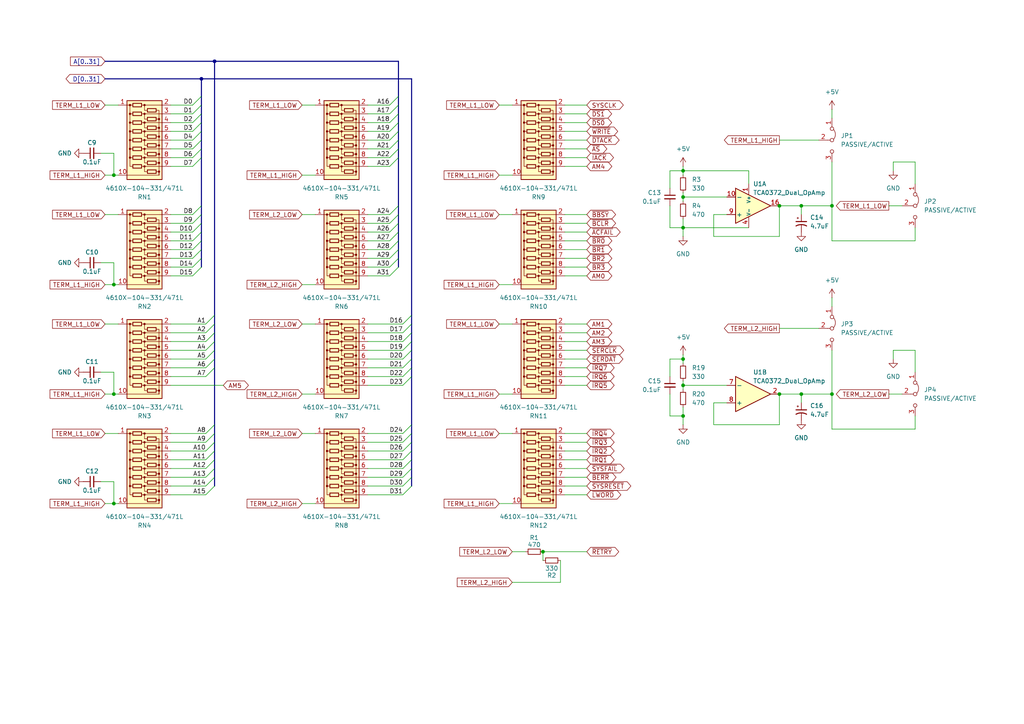
<source format=kicad_sch>
(kicad_sch (version 20231120) (generator "eeschema") (generator_version "8.0")
  (paper "A4")
  (title_block (title "6-Slot Backplane") (rev "1"))
  (lib_symbols
    (symbol "Computie_Miscellaneous:R_Network_Dividers_x08_SIP_Small" (pin_names (offset 0) hide)
      (property "Reference" "RN" (at -12.7 0 90))
      (property "Value" "R_Network_Dividers_x08_SIP_Small" (at 12.7 0 90))
      (symbol "R_Network_Dividers_x08_SIP_Small_1_1"
        (pin passive line (at -10.16 7.62 270) (length 2.54) (name "COM1") (number "1"))
        (pin passive line (at 10.16 7.62 270) (length 2.54) (name "COM2") (number "10"))
        (pin passive line (at -10.16 -7.62 90) (length 2.54) (name "R1") (number "2"))
        (pin passive line (at -7.62 -7.62 90) (length 2.54) (name "R2") (number "3"))
        (pin passive line (at -5.08 -7.62 90) (length 2.54) (name "R3") (number "4"))
        (pin passive line (at -2.54 -7.62 90) (length 2.54) (name "R4") (number "5"))
        (pin passive line (at 0 -7.62 90) (length 2.54) (name "R5") (number "6"))
        (pin passive line (at 2.54 -7.62 90) (length 2.54) (name "R6") (number "7"))
        (pin passive line (at 5.08 -7.62 90) (length 2.54) (name "R7") (number "8"))
        (pin passive line (at 7.62 -7.62 90) (length 2.54) (name "R8") (number "9"))
      )
    )
    (symbol "Computie_Miscellaneous:TCA0372_Dual_OpAmp" (pin_names (offset 0.2))
      (property "Reference" "U" (at 1.27 6.35 0))
      (property "Value" "TCA0372_Dual_OpAmp" (at 1.27 3.81 0))
      (symbol "TCA0372_Dual_OpAmp_1_1"
        (pin power_in line (at 0 6.35 270) (length 3.18) (name "V+") (number "1"))
        (pin input line (at -6.35 2.54 0) (length 2.54) (name "-") (number "10"))
        (pin power_in line (at 0 -6.35 90) (length 3.18) hide (name "V-") (number "12"))
        (pin power_in line (at 0 -6.35 90) (length 3.18) hide (name "V-") (number "13"))
        (pin output line (at 8.89 0 180) (length 2.54) (name "~") (number "16"))
        (pin power_in line (at 0 -6.35 90) (length 3.18) (name "V-") (number "4"))
        (pin power_in line (at 0 -6.35 90) (length 3.18) hide (name "V-") (number "5"))
        (pin input line (at -6.35 -2.54 0) (length 2.54) (name "+") (number "9"))
      )
      (symbol "TCA0372_Dual_OpAmp_2_1"
        (pin output line (at 8.89 0 180) (length 2.54) (name "~") (number "2"))
        (pin input line (at -6.35 2.54 0) (length 2.54) (name "-") (number "7"))
        (pin input line (at -6.35 -2.54 0) (length 2.54) (name "+") (number "8"))
      )
    )
    (symbol "Device:C_Polarized_Small_US" (pin_numbers hide) (pin_names (offset 0.254) hide)
      (property "Reference" "C" (at 0.254 1.778 0))
      (property "Value" "C_Polarized_Small_US" (at 0.254 -2.032 0))
      (symbol "C_Polarized_Small_US_1_1"
        (pin passive line (at 0 2.54 270) (length 2.032) (name "~") (number "1"))
        (pin passive line (at 0 -2.54 90) (length 2.032) (name "~") (number "2"))
      )
    )
    (symbol "Device:C_Small" (pin_numbers hide) (pin_names (offset 0.254) hide)
      (property "Reference" "C" (at 0.254 1.778 0))
      (property "Value" "C_Small" (at 0.254 -2.032 0))
      (symbol "C_Small_1_1"
        (pin passive line (at 0 2.54 270) (length 2.032) (name "~") (number "1"))
        (pin passive line (at 0 -2.54 90) (length 2.032) (name "~") (number "2"))
      )
    )
    (symbol "Device:R_Small" (pin_numbers hide) (pin_names (offset 0.254) hide)
      (property "Reference" "R" (at 0.762 0.508 0))
      (property "Value" "R_Small" (at 0.762 -1.016 0))
      (symbol "R_Small_1_1"
        (pin passive line (at 0 2.54 270) (length 0.762) (name "~") (number "1"))
        (pin passive line (at 0 -2.54 90) (length 0.762) (name "~") (number "2"))
      )
    )
    (symbol "Jumper:Jumper_3_Bridged12" (pin_names (offset 0) hide) (exclude_from_sim yes) (in_bom no)
      (property "Reference" "JP" (at -2.54 -2.54 0))
      (property "Value" "Jumper_3_Bridged12" (at 0 2.794 0))
      (symbol "Jumper_3_Bridged12_1_1"
        (pin passive line (at -6.35 0 0) (length 2.54) (name "A") (number "1"))
        (pin passive line (at 0 -3.81 90) (length 2.54) (name "C") (number "2"))
        (pin passive line (at 6.35 0 180) (length 2.54) (name "B") (number "3"))
      )
    )
    (symbol "power:+5V" (power) (pin_numbers hide) (pin_names (offset 0) hide)
      (property "Value" "+5V" (at 0 3.556 0))
      (symbol "+5V_1_1"
        (pin power_in line (at 0 0 90) (length 0) (name "~") (number "1"))
      )
    )
    (symbol "power:GND" (power) (pin_numbers hide) (pin_names (offset 0) hide)
      (property "Value" "GND" (at 0 -3.81 0))
      (symbol "GND_1_1"
        (pin power_in line (at 0 0 270) (length 0) (name "~") (number "1"))
      )
    )
  )
  (junction (at 232.41 114.3))
  (junction (at 198.12 57.15))
  (junction (at 226.06 114.3))
  (junction (at 226.06 59.69))
  (junction (at 198.12 120.65))
  (junction (at 58.42 22.86))
  (junction (at 62.23 17.78))
  (junction (at 241.3 114.3))
  (junction (at 198.12 66.04))
  (junction (at 241.3 59.69))
  (junction (at 33.02 146.05))
  (junction (at 157.48 160.02))
  (junction (at 232.41 59.69))
  (junction (at 33.02 82.55))
  (junction (at 198.12 49.53))
  (junction (at 198.12 104.14))
  (junction (at 198.12 111.76))
  (junction (at 33.02 114.3))
  (junction (at 33.02 50.8))
  (bus_entry (at 113.03 80.01) (size 2.54 -2.54))
  (bus_entry (at 113.03 69.85) (size 2.54 -2.54))
  (bus_entry (at 116.84 130.81) (size 2.54 -2.54))
  (bus_entry (at 55.88 64.77) (size 2.54 -2.54))
  (bus_entry (at 55.88 33.02) (size 2.54 -2.54))
  (bus_entry (at 59.69 106.68) (size 2.54 -2.54))
  (bus_entry (at 116.84 128.27) (size 2.54 -2.54))
  (bus_entry (at 113.03 74.93) (size 2.54 -2.54))
  (bus_entry (at 55.88 74.93) (size 2.54 -2.54))
  (bus_entry (at 59.69 99.06) (size 2.54 -2.54))
  (bus_entry (at 55.88 43.18) (size 2.54 -2.54))
  (bus_entry (at 116.84 111.76) (size 2.54 -2.54))
  (bus_entry (at 59.69 93.98) (size 2.54 -2.54))
  (bus_entry (at 113.03 67.31) (size 2.54 -2.54))
  (bus_entry (at 116.84 104.14) (size 2.54 -2.54))
  (bus_entry (at 55.88 45.72) (size 2.54 -2.54))
  (bus_entry (at 113.03 72.39) (size 2.54 -2.54))
  (bus_entry (at 113.03 40.64) (size 2.54 -2.54))
  (bus_entry (at 55.88 62.23) (size 2.54 -2.54))
  (bus_entry (at 116.84 140.97) (size 2.54 -2.54))
  (bus_entry (at 113.03 43.18) (size 2.54 -2.54))
  (bus_entry (at 116.84 101.6) (size 2.54 -2.54))
  (bus_entry (at 116.84 93.98) (size 2.54 -2.54))
  (bus_entry (at 55.88 80.01) (size 2.54 -2.54))
  (bus_entry (at 59.69 138.43) (size 2.54 -2.54))
  (bus_entry (at 113.03 62.23) (size 2.54 -2.54))
  (bus_entry (at 113.03 35.56) (size 2.54 -2.54))
  (bus_entry (at 59.69 133.35) (size 2.54 -2.54))
  (bus_entry (at 55.88 38.1) (size 2.54 -2.54))
  (bus_entry (at 113.03 77.47) (size 2.54 -2.54))
  (bus_entry (at 59.69 143.51) (size 2.54 -2.54))
  (bus_entry (at 59.69 104.14) (size 2.54 -2.54))
  (bus_entry (at 59.69 125.73) (size 2.54 -2.54))
  (bus_entry (at 116.84 133.35) (size 2.54 -2.54))
  (bus_entry (at 55.88 48.26) (size 2.54 -2.54))
  (bus_entry (at 116.84 96.52) (size 2.54 -2.54))
  (bus_entry (at 116.84 143.51) (size 2.54 -2.54))
  (bus_entry (at 59.69 135.89) (size 2.54 -2.54))
  (bus_entry (at 113.03 45.72) (size 2.54 -2.54))
  (bus_entry (at 116.84 109.22) (size 2.54 -2.54))
  (bus_entry (at 59.69 101.6) (size 2.54 -2.54))
  (bus_entry (at 116.84 138.43) (size 2.54 -2.54))
  (bus_entry (at 55.88 67.31) (size 2.54 -2.54))
  (bus_entry (at 116.84 125.73) (size 2.54 -2.54))
  (bus_entry (at 55.88 77.47) (size 2.54 -2.54))
  (bus_entry (at 113.03 33.02) (size 2.54 -2.54))
  (bus_entry (at 59.69 140.97) (size 2.54 -2.54))
  (bus_entry (at 113.03 30.48) (size 2.54 -2.54))
  (bus_entry (at 116.84 135.89) (size 2.54 -2.54))
  (bus_entry (at 55.88 40.64) (size 2.54 -2.54))
  (bus_entry (at 55.88 69.85) (size 2.54 -2.54))
  (bus_entry (at 55.88 30.48) (size 2.54 -2.54))
  (bus_entry (at 116.84 99.06) (size 2.54 -2.54))
  (bus_entry (at 55.88 35.56) (size 2.54 -2.54))
  (bus_entry (at 113.03 64.77) (size 2.54 -2.54))
  (bus_entry (at 113.03 38.1) (size 2.54 -2.54))
  (bus_entry (at 59.69 130.81) (size 2.54 -2.54))
  (bus_entry (at 59.69 109.22) (size 2.54 -2.54))
  (bus_entry (at 55.88 72.39) (size 2.54 -2.54))
  (bus_entry (at 113.03 48.26) (size 2.54 -2.54))
  (bus_entry (at 59.69 96.52) (size 2.54 -2.54))
  (bus_entry (at 59.69 128.27) (size 2.54 -2.54))
  (bus_entry (at 116.84 106.68) (size 2.54 -2.54))
  (bus (pts (xy 115.57 69.85) (xy 115.57 72.39)))
  (bus (pts (xy 119.38 125.73) (xy 119.38 128.27)))
  (bus (pts (xy 119.38 135.89) (xy 119.38 138.43)))
  (wire (pts (xy 241.3 69.85) (xy 241.3 59.69)))
  (wire (pts (xy 49.53 135.89) (xy 59.69 135.89)))
  (wire (pts (xy 148.59 160.02) (xy 152.4 160.02)))
  (wire (pts (xy 198.12 102.87) (xy 198.12 104.14)))
  (wire (pts (xy 49.53 96.52) (xy 59.69 96.52)))
  (wire (pts (xy 241.3 59.69) (xy 241.3 46.99)))
  (wire (pts (xy 49.53 43.18) (xy 55.88 43.18)))
  (wire (pts (xy 232.41 114.3) (xy 241.3 114.3)))
  (bus (pts (xy 115.57 45.72) (xy 115.57 59.69)))
  (wire (pts (xy 163.83 80.01) (xy 170.18 80.01)))
  (bus (pts (xy 62.23 106.68) (xy 62.23 104.14)))
  (wire (pts (xy 163.83 109.22) (xy 170.18 109.22)))
  (wire (pts (xy 106.68 43.18) (xy 113.03 43.18)))
  (wire (pts (xy 210.82 116.84) (xy 207.01 116.84)))
  (bus (pts (xy 30.48 22.86) (xy 58.42 22.86)))
  (bus (pts (xy 58.42 30.48) (xy 58.42 33.02)))
  (wire (pts (xy 49.53 93.98) (xy 59.69 93.98)))
  (wire (pts (xy 49.53 64.77) (xy 55.88 64.77)))
  (bus (pts (xy 119.38 109.22) (xy 119.38 123.19)))
  (bus (pts (xy 119.38 106.68) (xy 119.38 109.22)))
  (wire (pts (xy 232.41 59.69) (xy 241.3 59.69)))
  (wire (pts (xy 33.02 82.55) (xy 34.29 82.55)))
  (wire (pts (xy 106.68 96.52) (xy 116.84 96.52)))
  (bus (pts (xy 58.42 69.85) (xy 58.42 72.39)))
  (wire (pts (xy 49.53 72.39) (xy 55.88 72.39)))
  (bus (pts (xy 115.57 64.77) (xy 115.57 67.31)))
  (bus (pts (xy 58.42 45.72) (xy 58.42 59.69)))
  (wire (pts (xy 163.83 35.56) (xy 170.18 35.56)))
  (wire (pts (xy 106.68 135.89) (xy 116.84 135.89)))
  (wire (pts (xy 259.08 49.53) (xy 259.08 46.99)))
  (wire (pts (xy 157.48 160.02) (xy 170.18 160.02)))
  (wire (pts (xy 106.68 33.02) (xy 113.03 33.02)))
  (wire (pts (xy 163.83 135.89) (xy 170.18 135.89)))
  (wire (pts (xy 265.43 46.99) (xy 265.43 53.34)))
  (wire (pts (xy 49.53 77.47) (xy 55.88 77.47)))
  (bus (pts (xy 58.42 59.69) (xy 58.42 62.23)))
  (bus (pts (xy 119.38 93.98) (xy 119.38 96.52)))
  (wire (pts (xy 30.48 146.05) (xy 33.02 146.05)))
  (bus (pts (xy 115.57 74.93) (xy 115.57 77.47)))
  (wire (pts (xy 194.31 54.61) (xy 194.31 49.53)))
  (wire (pts (xy 163.83 104.14) (xy 170.18 104.14)))
  (wire (pts (xy 30.48 93.98) (xy 34.29 93.98)))
  (wire (pts (xy 194.31 66.04) (xy 198.12 66.04)))
  (wire (pts (xy 198.12 104.14) (xy 198.12 105.41)))
  (bus (pts (xy 119.38 104.14) (xy 119.38 106.68)))
  (wire (pts (xy 198.12 111.76) (xy 210.82 111.76)))
  (wire (pts (xy 198.12 49.53) (xy 198.12 50.8)))
  (bus (pts (xy 58.42 64.77) (xy 58.42 67.31)))
  (wire (pts (xy 33.02 44.45) (xy 33.02 50.8)))
  (wire (pts (xy 106.68 30.48) (xy 113.03 30.48)))
  (wire (pts (xy 106.68 99.06) (xy 116.84 99.06)))
  (wire (pts (xy 163.83 138.43) (xy 170.18 138.43)))
  (wire (pts (xy 49.53 62.23) (xy 55.88 62.23)))
  (bus (pts (xy 62.23 17.78) (xy 62.23 91.44)))
  (bus (pts (xy 58.42 35.56) (xy 58.42 38.1)))
  (wire (pts (xy 194.31 59.69) (xy 194.31 66.04)))
  (wire (pts (xy 106.68 138.43) (xy 116.84 138.43)))
  (wire (pts (xy 30.48 82.55) (xy 33.02 82.55)))
  (wire (pts (xy 49.53 104.14) (xy 59.69 104.14)))
  (bus (pts (xy 119.38 91.44) (xy 119.38 93.98)))
  (wire (pts (xy 106.68 133.35) (xy 116.84 133.35)))
  (wire (pts (xy 49.53 69.85) (xy 55.88 69.85)))
  (wire (pts (xy 194.31 120.65) (xy 198.12 120.65)))
  (wire (pts (xy 163.83 128.27) (xy 170.18 128.27)))
  (wire (pts (xy 232.41 114.3) (xy 232.41 116.84)))
  (wire (pts (xy 33.02 139.7) (xy 33.02 146.05)))
  (wire (pts (xy 163.83 101.6) (xy 170.18 101.6)))
  (wire (pts (xy 106.68 74.93) (xy 113.03 74.93)))
  (wire (pts (xy 49.53 48.26) (xy 55.88 48.26)))
  (bus (pts (xy 62.23 99.06) (xy 62.23 96.52)))
  (wire (pts (xy 226.06 59.69) (xy 232.41 59.69)))
  (wire (pts (xy 49.53 133.35) (xy 59.69 133.35)))
  (wire (pts (xy 259.08 101.6) (xy 265.43 101.6)))
  (wire (pts (xy 194.31 49.53) (xy 198.12 49.53)))
  (bus (pts (xy 119.38 123.19) (xy 119.38 125.73)))
  (bus (pts (xy 115.57 38.1) (xy 115.57 40.64)))
  (bus (pts (xy 62.23 91.44) (xy 62.23 93.98)))
  (wire (pts (xy 163.83 45.72) (xy 170.18 45.72)))
  (wire (pts (xy 163.83 43.18) (xy 170.18 43.18)))
  (bus (pts (xy 115.57 17.78) (xy 115.57 27.94)))
  (wire (pts (xy 163.83 99.06) (xy 170.18 99.06)))
  (bus (pts (xy 119.38 128.27) (xy 119.38 130.81)))
  (wire (pts (xy 144.78 114.3) (xy 148.59 114.3)))
  (wire (pts (xy 106.68 106.68) (xy 116.84 106.68)))
  (wire (pts (xy 106.68 72.39) (xy 113.03 72.39)))
  (wire (pts (xy 49.53 80.01) (xy 55.88 80.01)))
  (wire (pts (xy 163.83 48.26) (xy 170.18 48.26)))
  (wire (pts (xy 163.83 62.23) (xy 170.18 62.23)))
  (wire (pts (xy 163.83 125.73) (xy 170.18 125.73)))
  (wire (pts (xy 106.68 38.1) (xy 113.03 38.1)))
  (wire (pts (xy 87.63 114.3) (xy 91.44 114.3)))
  (wire (pts (xy 226.06 40.64) (xy 237.49 40.64)))
  (wire (pts (xy 29.21 44.45) (xy 33.02 44.45)))
  (wire (pts (xy 163.83 130.81) (xy 170.18 130.81)))
  (wire (pts (xy 106.68 125.73) (xy 116.84 125.73)))
  (wire (pts (xy 163.83 96.52) (xy 170.18 96.52)))
  (bus (pts (xy 62.23 104.14) (xy 62.23 101.6)))
  (wire (pts (xy 198.12 57.15) (xy 210.82 57.15)))
  (bus (pts (xy 119.38 99.06) (xy 119.38 101.6)))
  (wire (pts (xy 198.12 57.15) (xy 198.12 58.42)))
  (wire (pts (xy 148.59 168.91) (xy 162.56 168.91)))
  (wire (pts (xy 33.02 146.05) (xy 34.29 146.05)))
  (wire (pts (xy 106.68 62.23) (xy 113.03 62.23)))
  (wire (pts (xy 226.06 114.3) (xy 232.41 114.3)))
  (bus (pts (xy 62.23 106.68) (xy 62.23 123.19)))
  (wire (pts (xy 29.21 107.95) (xy 33.02 107.95)))
  (wire (pts (xy 49.53 140.97) (xy 59.69 140.97)))
  (wire (pts (xy 194.31 109.22) (xy 194.31 104.14)))
  (bus (pts (xy 58.42 62.23) (xy 58.42 64.77)))
  (wire (pts (xy 217.17 49.53) (xy 198.12 49.53)))
  (wire (pts (xy 29.21 76.2) (xy 33.02 76.2)))
  (bus (pts (xy 62.23 123.19) (xy 62.23 125.73)))
  (bus (pts (xy 119.38 101.6) (xy 119.38 104.14)))
  (wire (pts (xy 162.56 162.56) (xy 162.56 168.91)))
  (wire (pts (xy 207.01 62.23) (xy 207.01 68.58)))
  (wire (pts (xy 210.82 62.23) (xy 207.01 62.23)))
  (wire (pts (xy 106.68 69.85) (xy 113.03 69.85)))
  (bus (pts (xy 62.23 138.43) (xy 62.23 140.97)))
  (wire (pts (xy 241.3 31.75) (xy 241.3 34.29)))
  (wire (pts (xy 226.06 123.19) (xy 226.06 114.3)))
  (wire (pts (xy 241.3 86.36) (xy 241.3 88.9)))
  (bus (pts (xy 119.38 130.81) (xy 119.38 133.35)))
  (bus (pts (xy 62.23 125.73) (xy 62.23 128.27)))
  (wire (pts (xy 163.83 40.64) (xy 170.18 40.64)))
  (wire (pts (xy 198.12 55.88) (xy 198.12 57.15)))
  (wire (pts (xy 29.21 139.7) (xy 33.02 139.7)))
  (bus (pts (xy 58.42 74.93) (xy 58.42 77.47)))
  (wire (pts (xy 33.02 50.8) (xy 34.29 50.8)))
  (bus (pts (xy 62.23 101.6) (xy 62.23 99.06)))
  (wire (pts (xy 49.53 109.22) (xy 59.69 109.22)))
  (wire (pts (xy 241.3 124.46) (xy 265.43 124.46)))
  (wire (pts (xy 217.17 53.34) (xy 217.17 49.53)))
  (wire (pts (xy 49.53 99.06) (xy 59.69 99.06)))
  (wire (pts (xy 163.83 74.93) (xy 170.18 74.93)))
  (bus (pts (xy 58.42 33.02) (xy 58.42 35.56)))
  (wire (pts (xy 163.83 77.47) (xy 170.18 77.47)))
  (wire (pts (xy 49.53 67.31) (xy 55.88 67.31)))
  (wire (pts (xy 49.53 30.48) (xy 55.88 30.48)))
  (wire (pts (xy 265.43 120.65) (xy 265.43 124.46)))
  (wire (pts (xy 106.68 111.76) (xy 116.84 111.76)))
  (bus (pts (xy 119.38 91.44) (xy 119.38 22.86)))
  (wire (pts (xy 64.77 111.76) (xy 49.53 111.76)))
  (wire (pts (xy 157.48 160.02) (xy 157.48 162.56)))
  (wire (pts (xy 241.3 69.85) (xy 265.43 69.85)))
  (bus (pts (xy 58.42 38.1) (xy 58.42 40.64)))
  (bus (pts (xy 115.57 35.56) (xy 115.57 38.1)))
  (wire (pts (xy 198.12 48.26) (xy 198.12 49.53)))
  (wire (pts (xy 33.02 76.2) (xy 33.02 82.55)))
  (wire (pts (xy 49.53 74.93) (xy 55.88 74.93)))
  (wire (pts (xy 106.68 128.27) (xy 116.84 128.27)))
  (wire (pts (xy 49.53 45.72) (xy 55.88 45.72)))
  (wire (pts (xy 198.12 63.5) (xy 198.12 66.04)))
  (wire (pts (xy 49.53 128.27) (xy 59.69 128.27)))
  (bus (pts (xy 62.23 133.35) (xy 62.23 135.89)))
  (wire (pts (xy 106.68 40.64) (xy 113.03 40.64)))
  (wire (pts (xy 30.48 50.8) (xy 33.02 50.8)))
  (wire (pts (xy 217.17 66.04) (xy 198.12 66.04)))
  (bus (pts (xy 58.42 72.39) (xy 58.42 74.93)))
  (wire (pts (xy 163.83 140.97) (xy 170.18 140.97)))
  (bus (pts (xy 115.57 33.02) (xy 115.57 35.56)))
  (wire (pts (xy 198.12 110.49) (xy 198.12 111.76)))
  (wire (pts (xy 163.83 69.85) (xy 170.18 69.85)))
  (wire (pts (xy 163.83 67.31) (xy 170.18 67.31)))
  (wire (pts (xy 106.68 143.51) (xy 116.84 143.51)))
  (wire (pts (xy 49.53 106.68) (xy 59.69 106.68)))
  (wire (pts (xy 106.68 64.77) (xy 113.03 64.77)))
  (wire (pts (xy 106.68 109.22) (xy 116.84 109.22)))
  (wire (pts (xy 265.43 101.6) (xy 265.43 107.95)))
  (bus (pts (xy 115.57 30.48) (xy 115.57 33.02)))
  (wire (pts (xy 144.78 125.73) (xy 148.59 125.73)))
  (wire (pts (xy 87.63 125.73) (xy 91.44 125.73)))
  (bus (pts (xy 58.42 67.31) (xy 58.42 69.85)))
  (wire (pts (xy 257.81 114.3) (xy 261.62 114.3)))
  (wire (pts (xy 144.78 82.55) (xy 148.59 82.55)))
  (wire (pts (xy 49.53 101.6) (xy 59.69 101.6)))
  (wire (pts (xy 106.68 80.01) (xy 113.03 80.01)))
  (wire (pts (xy 163.83 106.68) (xy 170.18 106.68)))
  (wire (pts (xy 106.68 140.97) (xy 116.84 140.97)))
  (wire (pts (xy 87.63 30.48) (xy 91.44 30.48)))
  (wire (pts (xy 87.63 50.8) (xy 91.44 50.8)))
  (bus (pts (xy 115.57 27.94) (xy 115.57 30.48)))
  (wire (pts (xy 232.41 59.69) (xy 232.41 62.23)))
  (wire (pts (xy 49.53 38.1) (xy 55.88 38.1)))
  (wire (pts (xy 163.83 111.76) (xy 170.18 111.76)))
  (wire (pts (xy 198.12 120.65) (xy 198.12 123.19)))
  (bus (pts (xy 115.57 62.23) (xy 115.57 64.77)))
  (bus (pts (xy 115.57 67.31) (xy 115.57 69.85)))
  (wire (pts (xy 106.68 130.81) (xy 116.84 130.81)))
  (wire (pts (xy 259.08 46.99) (xy 265.43 46.99)))
  (bus (pts (xy 62.23 130.81) (xy 62.23 133.35)))
  (wire (pts (xy 144.78 146.05) (xy 148.59 146.05)))
  (wire (pts (xy 106.68 45.72) (xy 113.03 45.72)))
  (wire (pts (xy 163.83 93.98) (xy 170.18 93.98)))
  (bus (pts (xy 58.42 27.94) (xy 58.42 30.48)))
  (wire (pts (xy 241.3 114.3) (xy 241.3 101.6)))
  (wire (pts (xy 106.68 67.31) (xy 113.03 67.31)))
  (wire (pts (xy 49.53 125.73) (xy 59.69 125.73)))
  (wire (pts (xy 259.08 104.14) (xy 259.08 101.6)))
  (wire (pts (xy 257.81 59.69) (xy 261.62 59.69)))
  (bus (pts (xy 62.23 93.98) (xy 62.23 96.52)))
  (bus (pts (xy 58.42 43.18) (xy 58.42 45.72)))
  (wire (pts (xy 49.53 40.64) (xy 55.88 40.64)))
  (bus (pts (xy 30.48 17.78) (xy 62.23 17.78)))
  (wire (pts (xy 163.83 38.1) (xy 170.18 38.1)))
  (wire (pts (xy 87.63 93.98) (xy 91.44 93.98)))
  (wire (pts (xy 87.63 62.23) (xy 91.44 62.23)))
  (wire (pts (xy 198.12 118.11) (xy 198.12 120.65)))
  (wire (pts (xy 194.31 104.14) (xy 198.12 104.14)))
  (wire (pts (xy 226.06 95.25) (xy 237.49 95.25)))
  (bus (pts (xy 58.42 40.64) (xy 58.42 43.18)))
  (wire (pts (xy 106.68 104.14) (xy 116.84 104.14)))
  (bus (pts (xy 58.42 22.86) (xy 58.42 27.94)))
  (wire (pts (xy 265.43 66.04) (xy 265.43 69.85)))
  (wire (pts (xy 163.83 133.35) (xy 170.18 133.35)))
  (wire (pts (xy 241.3 124.46) (xy 241.3 114.3)))
  (wire (pts (xy 49.53 130.81) (xy 59.69 130.81)))
  (wire (pts (xy 163.83 72.39) (xy 170.18 72.39)))
  (wire (pts (xy 198.12 111.76) (xy 198.12 113.03)))
  (wire (pts (xy 106.68 48.26) (xy 113.03 48.26)))
  (bus (pts (xy 119.38 138.43) (xy 119.38 140.97)))
  (wire (pts (xy 49.53 33.02) (xy 55.88 33.02)))
  (bus (pts (xy 115.57 59.69) (xy 115.57 62.23)))
  (wire (pts (xy 207.01 68.58) (xy 226.06 68.58)))
  (wire (pts (xy 87.63 82.55) (xy 91.44 82.55)))
  (wire (pts (xy 144.78 50.8) (xy 148.59 50.8)))
  (wire (pts (xy 106.68 35.56) (xy 113.03 35.56)))
  (wire (pts (xy 163.83 30.48) (xy 170.18 30.48)))
  (bus (pts (xy 62.23 17.78) (xy 115.57 17.78)))
  (bus (pts (xy 62.23 128.27) (xy 62.23 130.81)))
  (wire (pts (xy 33.02 107.95) (xy 33.02 114.3)))
  (wire (pts (xy 49.53 143.51) (xy 59.69 143.51)))
  (wire (pts (xy 87.63 146.05) (xy 91.44 146.05)))
  (bus (pts (xy 119.38 22.86) (xy 58.42 22.86)))
  (bus (pts (xy 119.38 133.35) (xy 119.38 135.89)))
  (wire (pts (xy 194.31 114.3) (xy 194.31 120.65)))
  (bus (pts (xy 62.23 135.89) (xy 62.23 138.43)))
  (wire (pts (xy 144.78 93.98) (xy 148.59 93.98)))
  (bus (pts (xy 115.57 43.18) (xy 115.57 45.72)))
  (bus (pts (xy 119.38 96.52) (xy 119.38 99.06)))
  (wire (pts (xy 49.53 35.56) (xy 55.88 35.56)))
  (wire (pts (xy 144.78 62.23) (xy 148.59 62.23)))
  (wire (pts (xy 226.06 68.58) (xy 226.06 59.69)))
  (wire (pts (xy 163.83 143.51) (xy 170.18 143.51)))
  (wire (pts (xy 207.01 123.19) (xy 226.06 123.19)))
  (wire (pts (xy 30.48 30.48) (xy 34.29 30.48)))
  (wire (pts (xy 33.02 114.3) (xy 34.29 114.3)))
  (wire (pts (xy 106.68 101.6) (xy 116.84 101.6)))
  (wire (pts (xy 30.48 125.73) (xy 34.29 125.73)))
  (bus (pts (xy 115.57 72.39) (xy 115.57 74.93)))
  (wire (pts (xy 144.78 30.48) (xy 148.59 30.48)))
  (wire (pts (xy 106.68 77.47) (xy 113.03 77.47)))
  (bus (pts (xy 115.57 40.64) (xy 115.57 43.18)))
  (wire (pts (xy 163.83 33.02) (xy 170.18 33.02)))
  (wire (pts (xy 49.53 138.43) (xy 59.69 138.43)))
  (wire (pts (xy 30.48 62.23) (xy 34.29 62.23)))
  (wire (pts (xy 198.12 66.04) (xy 198.12 68.58)))
  (wire (pts (xy 106.68 93.98) (xy 116.84 93.98)))
  (wire (pts (xy 207.01 116.84) (xy 207.01 123.19)))
  (wire (pts (xy 163.83 64.77) (xy 170.18 64.77)))
  (wire (pts (xy 30.48 114.3) (xy 33.02 114.3)))
  (label "A28" (at 113.03 72.39 180))
  (label "D21" (at 116.84 106.68 180))
  (label "D1" (at 55.88 33.02 180))
  (label "D29" (at 116.84 138.43 180))
  (label "D0" (at 55.88 30.48 180))
  (label "A24" (at 113.03 62.23 180))
  (label "D2" (at 55.88 35.56 180))
  (label "A23" (at 113.03 48.26 180))
  (label "D3" (at 55.88 38.1 180))
  (label "A27" (at 113.03 69.85 180))
  (label "D16" (at 116.84 93.98 180))
  (label "A25" (at 113.03 64.77 180))
  (label "D19" (at 116.84 101.6 180))
  (label "D15" (at 55.88 80.01 180))
  (label "A21" (at 113.03 43.18 180))
  (label "D10" (at 55.88 67.31 180))
  (label "A30" (at 113.03 77.47 180))
  (label "A3" (at 59.69 99.06 180))
  (label "D27" (at 116.84 133.35 180))
  (label "D31" (at 116.84 143.51 180))
  (label "A5" (at 59.69 104.14 180))
  (label "D5" (at 55.88 43.18 180))
  (label "A1" (at 59.69 93.98 180))
  (label "D26" (at 116.84 130.81 180))
  (label "A6" (at 59.69 106.68 180))
  (label "D4" (at 55.88 40.64 180))
  (label "A14" (at 59.69 140.97 180))
  (label "A19" (at 113.03 38.1 180))
  (label "D22" (at 116.84 109.22 180))
  (label "A18" (at 113.03 35.56 180))
  (label "A8" (at 59.69 125.73 180))
  (label "A31" (at 113.03 80.01 180))
  (label "D24" (at 116.84 125.73 180))
  (label "A13" (at 59.69 138.43 180))
  (label "A2" (at 59.69 96.52 180))
  (label "D9" (at 55.88 64.77 180))
  (label "A26" (at 113.03 67.31 180))
  (label "D11" (at 55.88 69.85 180))
  (label "D12" (at 55.88 72.39 180))
  (label "D17" (at 116.84 96.52 180))
  (label "D30" (at 116.84 140.97 180))
  (label "A17" (at 113.03 33.02 180))
  (label "D7" (at 55.88 48.26 180))
  (label "D8" (at 55.88 62.23 180))
  (label "A9" (at 59.69 128.27 180))
  (label "D14" (at 55.88 77.47 180))
  (label "D6" (at 55.88 45.72 180))
  (label "D20" (at 116.84 104.14 180))
  (label "D18" (at 116.84 99.06 180))
  (label "A16" (at 113.03 30.48 180))
  (label "A4" (at 59.69 101.6 180))
  (label "A15" (at 59.69 143.51 180))
  (label "A7" (at 59.69 109.22 180))
  (label "A11" (at 59.69 133.35 180))
  (label "D13" (at 55.88 74.93 180))
  (label "D25" (at 116.84 128.27 180))
  (label "A22" (at 113.03 45.72 180))
  (label "A10" (at 59.69 130.81 180))
  (label "D28" (at 116.84 135.89 180))
  (label "A20" (at 113.03 40.64 180))
  (label "D23" (at 116.84 111.76 180))
  (label "A12" (at 59.69 135.89 180))
  (label "A29" (at 113.03 74.93 180))
  (global_label "TERM_L1_LOW" (shape input) (at 144.78 125.73 180) (property "Intersheetrefs" "${INTERSHEET_REFS}" (effects (hide yes))))
  (global_label "~{BBSY}" (shape bidirectional) (at 170.18 62.23 0) (property "Intersheetrefs" "${INTERSHEET_REFS}" (effects (hide yes))))
  (global_label "~{SERCLK}" (shape bidirectional) (at 170.18 101.6 0) (property "Intersheetrefs" "${INTERSHEET_REFS}" (effects (hide yes))))
  (global_label "AM0" (shape bidirectional) (at 170.18 80.01 0) (property "Intersheetrefs" "${INTERSHEET_REFS}" (effects (hide yes))))
  (global_label "TERM_L2_HIGH" (shape input) (at 87.63 146.05 180) (property "Intersheetrefs" "${INTERSHEET_REFS}" (effects (hide yes))))
  (global_label "TERM_L1_HIGH" (shape input) (at 30.48 146.05 180) (property "Intersheetrefs" "${INTERSHEET_REFS}" (effects (hide yes))))
  (global_label "TERM_L1_HIGH" (shape input) (at 144.78 82.55 180) (property "Intersheetrefs" "${INTERSHEET_REFS}" (effects (hide yes))))
  (global_label "TERM_L1_HIGH" (shape input) (at 30.48 50.8 180) (property "Intersheetrefs" "${INTERSHEET_REFS}" (effects (hide yes))))
  (global_label "~{BERR}" (shape bidirectional) (at 170.18 138.43 0) (property "Intersheetrefs" "${INTERSHEET_REFS}" (effects (hide yes))))
  (global_label "TERM_L2_LOW" (shape input) (at 148.59 160.02 180) (property "Intersheetrefs" "${INTERSHEET_REFS}" (effects (hide yes))))
  (global_label "TERM_L1_HIGH" (shape output) (at 226.06 40.64 180) (property "Intersheetrefs" "${INTERSHEET_REFS}" (effects (hide yes))))
  (global_label "~{AS}" (shape bidirectional) (at 170.18 43.18 0) (property "Intersheetrefs" "${INTERSHEET_REFS}" (effects (hide yes))))
  (global_label "~{IRQ4}" (shape bidirectional) (at 170.18 125.73 0) (property "Intersheetrefs" "${INTERSHEET_REFS}" (effects (hide yes))))
  (global_label "~{IACK}" (shape bidirectional) (at 170.18 45.72 0) (property "Intersheetrefs" "${INTERSHEET_REFS}" (effects (hide yes))))
  (global_label "~{LWORD}" (shape bidirectional) (at 170.18 143.51 0) (property "Intersheetrefs" "${INTERSHEET_REFS}" (effects (hide yes))))
  (global_label "~{BCLR}" (shape bidirectional) (at 170.18 64.77 0) (property "Intersheetrefs" "${INTERSHEET_REFS}" (effects (hide yes))))
  (global_label "~{DTACK}" (shape bidirectional) (at 170.18 40.64 0) (property "Intersheetrefs" "${INTERSHEET_REFS}" (effects (hide yes))))
  (global_label "TERM_L1_HIGH" (shape input) (at 30.48 82.55 180) (property "Intersheetrefs" "${INTERSHEET_REFS}" (effects (hide yes))))
  (global_label "TERM_L1_LOW" (shape input) (at 144.78 93.98 180) (property "Intersheetrefs" "${INTERSHEET_REFS}" (effects (hide yes))))
  (global_label "TERM_L2_HIGH" (shape input) (at 87.63 114.3 180) (property "Intersheetrefs" "${INTERSHEET_REFS}" (effects (hide yes))))
  (global_label "TERM_L1_HIGH" (shape input) (at 30.48 114.3 180) (property "Intersheetrefs" "${INTERSHEET_REFS}" (effects (hide yes))))
  (global_label "AM5" (shape bidirectional) (at 64.77 111.76 0) (property "Intersheetrefs" "${INTERSHEET_REFS}" (effects (hide yes))))
  (global_label "~{IRQ7}" (shape bidirectional) (at 170.18 106.68 0) (property "Intersheetrefs" "${INTERSHEET_REFS}" (effects (hide yes))))
  (global_label "~{IRQ2}" (shape bidirectional) (at 170.18 130.81 0) (property "Intersheetrefs" "${INTERSHEET_REFS}" (effects (hide yes))))
  (global_label "TERM_L2_LOW" (shape input) (at 87.63 62.23 180) (property "Intersheetrefs" "${INTERSHEET_REFS}" (effects (hide yes))))
  (global_label "~{SYSRESET}" (shape bidirectional) (at 170.18 140.97 0) (property "Intersheetrefs" "${INTERSHEET_REFS}" (effects (hide yes))))
  (global_label "SYSCLK" (shape bidirectional) (at 170.18 30.48 0) (property "Intersheetrefs" "${INTERSHEET_REFS}" (effects (hide yes))))
  (global_label "TERM_L1_HIGH" (shape input) (at 144.78 50.8 180) (property "Intersheetrefs" "${INTERSHEET_REFS}" (effects (hide yes))))
  (global_label "AM3" (shape bidirectional) (at 170.18 99.06 0) (property "Intersheetrefs" "${INTERSHEET_REFS}" (effects (hide yes))))
  (global_label "~{BR2}" (shape bidirectional) (at 170.18 74.93 0) (property "Intersheetrefs" "${INTERSHEET_REFS}" (effects (hide yes))))
  (global_label "TERM_L1_LOW" (shape input) (at 144.78 30.48 180) (property "Intersheetrefs" "${INTERSHEET_REFS}" (effects (hide yes))))
  (global_label "TERM_L2_LOW" (shape input) (at 87.63 125.73 180) (property "Intersheetrefs" "${INTERSHEET_REFS}" (effects (hide yes))))
  (global_label "TERM_L1_LOW" (shape output) (at 257.81 59.69 180) (property "Intersheetrefs" "${INTERSHEET_REFS}" (effects (hide yes))))
  (global_label "AM1" (shape bidirectional) (at 170.18 93.98 0) (property "Intersheetrefs" "${INTERSHEET_REFS}" (effects (hide yes))))
  (global_label "~{BR1}" (shape bidirectional) (at 170.18 72.39 0) (property "Intersheetrefs" "${INTERSHEET_REFS}" (effects (hide yes))))
  (global_label "TERM_L1_HIGH" (shape input) (at 87.63 50.8 180) (property "Intersheetrefs" "${INTERSHEET_REFS}" (effects (hide yes))))
  (global_label "~{WRITE}" (shape bidirectional) (at 170.18 38.1 0) (property "Intersheetrefs" "${INTERSHEET_REFS}" (effects (hide yes))))
  (global_label "~{RETRY}" (shape bidirectional) (at 170.18 160.02 0) (property "Intersheetrefs" "${INTERSHEET_REFS}" (effects (hide yes))))
  (global_label "TERM_L1_HIGH" (shape input) (at 144.78 146.05 180) (property "Intersheetrefs" "${INTERSHEET_REFS}" (effects (hide yes))))
  (global_label "TERM_L2_HIGH" (shape input) (at 87.63 82.55 180) (property "Intersheetrefs" "${INTERSHEET_REFS}" (effects (hide yes))))
  (global_label "TERM_L2_LOW" (shape input) (at 87.63 93.98 180) (property "Intersheetrefs" "${INTERSHEET_REFS}" (effects (hide yes))))
  (global_label "TERM_L1_HIGH" (shape input) (at 144.78 114.3 180) (property "Intersheetrefs" "${INTERSHEET_REFS}" (effects (hide yes))))
  (global_label "~{BR3}" (shape bidirectional) (at 170.18 77.47 0) (property "Intersheetrefs" "${INTERSHEET_REFS}" (effects (hide yes))))
  (global_label "~{IRQ1}" (shape bidirectional) (at 170.18 133.35 0) (property "Intersheetrefs" "${INTERSHEET_REFS}" (effects (hide yes))))
  (global_label "~{SERDAT}" (shape bidirectional) (at 170.18 104.14 0) (property "Intersheetrefs" "${INTERSHEET_REFS}" (effects (hide yes))))
  (global_label "~{SYSFAIL}" (shape bidirectional) (at 170.18 135.89 0) (property "Intersheetrefs" "${INTERSHEET_REFS}" (effects (hide yes))))
  (global_label "TERM_L2_LOW" (shape output) (at 257.81 114.3 180) (property "Intersheetrefs" "${INTERSHEET_REFS}" (effects (hide yes))))
  (global_label "~{IRQ5}" (shape bidirectional) (at 170.18 111.76 0) (property "Intersheetrefs" "${INTERSHEET_REFS}" (effects (hide yes))))
  (global_label "TERM_L2_HIGH" (shape output) (at 226.06 95.25 180) (property "Intersheetrefs" "${INTERSHEET_REFS}" (effects (hide yes))))
  (global_label "~{BR0}" (shape bidirectional) (at 170.18 69.85 0) (property "Intersheetrefs" "${INTERSHEET_REFS}" (effects (hide yes))))
  (global_label "~{IRQ3}" (shape bidirectional) (at 170.18 128.27 0) (property "Intersheetrefs" "${INTERSHEET_REFS}" (effects (hide yes))))
  (global_label "~{ACFAIL}" (shape bidirectional) (at 170.18 67.31 0) (property "Intersheetrefs" "${INTERSHEET_REFS}" (effects (hide yes))))
  (global_label "AM2" (shape bidirectional) (at 170.18 96.52 0) (property "Intersheetrefs" "${INTERSHEET_REFS}" (effects (hide yes))))
  (global_label "A[0..31]" (shape input) (at 30.48 17.78 180) (property "Intersheetrefs" "${INTERSHEET_REFS}" (effects (hide yes))))
  (global_label "D[0..31]" (shape bidirectional) (at 30.48 22.86 180) (property "Intersheetrefs" "${INTERSHEET_REFS}" (effects (hide yes))))
  (global_label "TERM_L2_HIGH" (shape input) (at 148.59 168.91 180) (property "Intersheetrefs" "${INTERSHEET_REFS}" (effects (hide yes))))
  (global_label "~{IRQ6}" (shape bidirectional) (at 170.18 109.22 0) (property "Intersheetrefs" "${INTERSHEET_REFS}" (effects (hide yes))))
  (global_label "~{DS1}" (shape bidirectional) (at 170.18 33.02 0) (property "Intersheetrefs" "${INTERSHEET_REFS}" (effects (hide yes))))
  (global_label "TERM_L1_LOW" (shape input) (at 87.63 30.48 180) (property "Intersheetrefs" "${INTERSHEET_REFS}" (effects (hide yes))))
  (global_label "TERM_L1_LOW" (shape input) (at 30.48 30.48 180) (property "Intersheetrefs" "${INTERSHEET_REFS}" (effects (hide yes))))
  (global_label "TERM_L1_LOW" (shape input) (at 30.48 93.98 180) (property "Intersheetrefs" "${INTERSHEET_REFS}" (effects (hide yes))))
  (global_label "AM4" (shape bidirectional) (at 170.18 48.26 0) (property "Intersheetrefs" "${INTERSHEET_REFS}" (effects (hide yes))))
  (global_label "~{DS0}" (shape bidirectional) (at 170.18 35.56 0) (property "Intersheetrefs" "${INTERSHEET_REFS}" (effects (hide yes))))
  (global_label "TERM_L1_LOW" (shape input) (at 30.48 62.23 180) (property "Intersheetrefs" "${INTERSHEET_REFS}" (effects (hide yes))))
  (global_label "TERM_L1_LOW" (shape input) (at 30.48 125.73 180) (property "Intersheetrefs" "${INTERSHEET_REFS}" (effects (hide yes))))
  (global_label "TERM_L1_LOW" (shape input) (at 144.78 62.23 180) (property "Intersheetrefs" "${INTERSHEET_REFS}" (effects (hide yes))))
  (symbol (lib_id "Computie_Miscellaneous:R_Network_Dividers_x08_SIP_Small") (at 41.91 72.39 90) (mirror x) (unit 1)
    (property "Reference" "RN2" (at 41.91 88.9 90))
    (property "Value" "4610X-104-331/471L" (at 41.91 86.36 90))
    (property "Footprint" "Connector_PinHeader_2.54mm:PinHeader_1x10_P2.54mm_Vertical" (effects (hide yes)))
    (property "Datasheet" "http://www.vishay.com/docs/31509/csc.pdf" (effects (hide yes)))
    (property "Description" "8 voltage divider network, dual terminator, SIP package" (effects (hide yes)))
  )
  (symbol (lib_id "Computie_Miscellaneous:R_Network_Dividers_x08_SIP_Small") (at 99.06 72.39 90) (mirror x) (unit 1)
    (property "Reference" "RN6" (at 99.06 88.9 90))
    (property "Value" "4610X-104-331/471L" (at 99.06 86.36 90))
    (property "Footprint" "Connector_PinHeader_2.54mm:PinHeader_1x10_P2.54mm_Vertical" (effects (hide yes)))
    (property "Datasheet" "http://www.vishay.com/docs/31509/csc.pdf" (effects (hide yes)))
    (property "Description" "8 voltage divider network, dual terminator, SIP package" (effects (hide yes)))
  )
  (symbol (lib_id "Device:C_Polarized_Small_US") (at 232.41 64.77 0) (unit 1)
    (property "Reference" "C14" (at 234.95 63.0681 0) (effects (justify left)))
    (property "Value" "4.7uF" (at 234.95 65.6081 0) (effects (justify left)))
    (property "Footprint" "Capacitor_THT:CP_Radial_D5.0mm_P2.00mm" (effects (hide yes)))
    (property "Description" "Polarized capacitor, small US symbol" (effects (hide yes)))
  )
  (symbol (lib_id "power:+5V") (at 241.3 86.36 0) (unit 1)
    (property "Reference" "#PWR081" (effects (hide yes)))
    (property "Value" "+5V" (at 241.3 81.28 0))
    (property "Description" "Power symbol creates a global label with name \"+5V\"" (effects (hide yes)))
  )
  (symbol (lib_id "power:GND") (at 24.13 44.45 270) (mirror x) (unit 1)
    (property "Reference" "#PWR017" (effects (hide yes)))
    (property "Value" "GND" (at 20.828 44.45 90) (effects (justify right)))
    (property "Description" "Power symbol creates a global label with name \"GND\" , ground" (effects (hide yes)))
  )
  (symbol (lib_id "power:GND") (at 232.41 67.31 0) (unit 1)
    (property "Reference" "#PWR023" (effects (hide yes)))
    (property "Value" "GND" (at 232.41 72.39 0))
    (property "Description" "Power symbol creates a global label with name \"GND\" , ground" (effects (hide yes)))
  )
  (symbol (lib_id "Device:R_Small") (at 198.12 107.95 0) (unit 1)
    (property "Reference" "R19" (at 200.66 106.6799 0) (effects (justify left)))
    (property "Value" "330" (at 200.66 109.2199 0) (effects (justify left)))
    (property "Footprint" "Resistor_SMD:R_0805_2012Metric_Pad1.20x1.40mm_HandSolder" (effects (hide yes)))
    (property "Description" "Resistor, small symbol" (effects (hide yes)))
  )
  (symbol (lib_id "Device:C_Small") (at 194.31 111.76 0) (mirror y) (unit 1)
    (property "Reference" "C15" (at 191.77 110.4962 0) (effects (justify left)))
    (property "Value" "0.1uF" (at 191.77 113.0362 0) (effects (justify left)))
    (property "Description" "Unpolarized capacitor, small symbol" (effects (hide yes)))
  )
  (symbol (lib_id "Device:R_Small") (at 198.12 115.57 0) (unit 1)
    (property "Reference" "R20" (at 200.66 114.2999 0) (effects (justify left)))
    (property "Value" "470" (at 200.66 116.8399 0) (effects (justify left)))
    (property "Footprint" "Resistor_SMD:R_0805_2012Metric_Pad1.20x1.40mm_HandSolder" (effects (hide yes)))
    (property "Description" "Resistor, small symbol" (effects (hide yes)))
  )
  (symbol (lib_id "Computie_Miscellaneous:R_Network_Dividers_x08_SIP_Small") (at 156.21 72.39 90) (mirror x) (unit 1)
    (property "Reference" "RN10" (at 156.21 88.9 90))
    (property "Value" "4610X-104-331/471L" (at 156.21 86.36 90))
    (property "Footprint" "Connector_PinHeader_2.54mm:PinHeader_1x10_P2.54mm_Vertical" (effects (hide yes)))
    (property "Datasheet" "http://www.vishay.com/docs/31509/csc.pdf" (effects (hide yes)))
    (property "Description" "8 voltage divider network, dual terminator, SIP package" (effects (hide yes)))
  )
  (symbol (lib_id "Device:R_Small") (at 198.12 60.96 0) (unit 1)
    (property "Reference" "R4" (at 200.66 59.6899 0) (effects (justify left)))
    (property "Value" "470" (at 200.66 62.2299 0) (effects (justify left)))
    (property "Footprint" "Resistor_SMD:R_0805_2012Metric_Pad1.20x1.40mm_HandSolder" (effects (hide yes)))
    (property "Description" "Resistor, small symbol" (effects (hide yes)))
  )
  (symbol (lib_id "Device:R_Small") (at 198.12 53.34 0) (unit 1)
    (property "Reference" "R3" (at 200.66 52.0699 0) (effects (justify left)))
    (property "Value" "330" (at 200.66 54.6099 0) (effects (justify left)))
    (property "Footprint" "Resistor_SMD:R_0805_2012Metric_Pad1.20x1.40mm_HandSolder" (effects (hide yes)))
    (property "Description" "Resistor, small symbol" (effects (hide yes)))
  )
  (symbol (lib_id "Computie_Miscellaneous:R_Network_Dividers_x08_SIP_Small") (at 99.06 135.89 90) (mirror x) (unit 1)
    (property "Reference" "RN8" (at 99.06 152.4 90))
    (property "Value" "4610X-104-331/471L" (at 99.06 149.86 90))
    (property "Footprint" "Connector_PinHeader_2.54mm:PinHeader_1x10_P2.54mm_Vertical" (effects (hide yes)))
    (property "Datasheet" "http://www.vishay.com/docs/31509/csc.pdf" (effects (hide yes)))
    (property "Description" "8 voltage divider network, dual terminator, SIP package" (effects (hide yes)))
  )
  (symbol (lib_id "power:+5V") (at 198.12 48.26 0) (unit 1)
    (property "Reference" "#PWR021" (effects (hide yes)))
    (property "Value" "+5V" (at 198.12 43.18 0))
    (property "Description" "Power symbol creates a global label with name \"+5V\"" (effects (hide yes)))
  )
  (symbol (lib_id "power:+5V") (at 241.3 31.75 0) (unit 1)
    (property "Reference" "#PWR024" (effects (hide yes)))
    (property "Value" "+5V" (at 241.3 26.67 0))
    (property "Description" "Power symbol creates a global label with name \"+5V\"" (effects (hide yes)))
  )
  (symbol (lib_id "power:GND") (at 24.13 107.95 270) (mirror x) (unit 1)
    (property "Reference" "#PWR019" (effects (hide yes)))
    (property "Value" "GND" (at 20.828 107.95 90) (effects (justify right)))
    (property "Description" "Power symbol creates a global label with name \"GND\" , ground" (effects (hide yes)))
  )
  (symbol (lib_id "Computie_Miscellaneous:TCA0372_Dual_OpAmp") (at 217.17 114.3 0) (unit 2)
    (property "Reference" "U1" (at 218.44 107.95 0) (effects (justify left)))
    (property "Value" "TCA0372_Dual_OpAmp" (at 218.44 110.49 0) (effects (justify left)))
    (property "Footprint" "Package_SO:SOIC-16W_7.5x10.3mm_P1.27mm" (effects (hide yes)))
    (property "Description" "Dual Operational Amplifier, generic symbol, Alternate KiCAD Library" (effects (hide yes)))
  )
  (symbol (lib_id "Computie_Miscellaneous:R_Network_Dividers_x08_SIP_Small") (at 41.91 40.64 90) (mirror x) (unit 1)
    (property "Reference" "RN1" (at 41.91 57.15 90))
    (property "Value" "4610X-104-331/471L" (at 41.91 54.61 90))
    (property "Footprint" "Connector_PinHeader_2.54mm:PinHeader_1x10_P2.54mm_Vertical" (effects (hide yes)))
    (property "Datasheet" "http://www.vishay.com/docs/31509/csc.pdf" (effects (hide yes)))
    (property "Description" "8 voltage divider network, dual terminator, SIP package" (effects (hide yes)))
  )
  (symbol (lib_id "Computie_Miscellaneous:R_Network_Dividers_x08_SIP_Small") (at 41.91 135.89 90) (mirror x) (unit 1)
    (property "Reference" "RN4" (at 41.91 152.4 90))
    (property "Value" "4610X-104-331/471L" (at 41.91 149.86 90))
    (property "Footprint" "Connector_PinHeader_2.54mm:PinHeader_1x10_P2.54mm_Vertical" (effects (hide yes)))
    (property "Datasheet" "http://www.vishay.com/docs/31509/csc.pdf" (effects (hide yes)))
    (property "Description" "8 voltage divider network, dual terminator, SIP package" (effects (hide yes)))
  )
  (symbol (lib_id "power:GND") (at 198.12 68.58 0) (unit 1)
    (property "Reference" "#PWR022" (effects (hide yes)))
    (property "Value" "GND" (at 198.12 73.66 0))
    (property "Description" "Power symbol creates a global label with name \"GND\" , ground" (effects (hide yes)))
  )
  (symbol (lib_id "power:GND") (at 198.12 123.19 0) (unit 1)
    (property "Reference" "#PWR079" (effects (hide yes)))
    (property "Value" "GND" (at 198.12 128.27 0))
    (property "Description" "Power symbol creates a global label with name \"GND\" , ground" (effects (hide yes)))
  )
  (symbol (lib_id "power:GND") (at 232.41 121.92 0) (unit 1)
    (property "Reference" "#PWR080" (effects (hide yes)))
    (property "Value" "GND" (at 232.41 127 0))
    (property "Description" "Power symbol creates a global label with name \"GND\" , ground" (effects (hide yes)))
  )
  (symbol (lib_id "Computie_Miscellaneous:R_Network_Dividers_x08_SIP_Small") (at 99.06 104.14 90) (mirror x) (unit 1)
    (property "Reference" "RN7" (at 99.06 120.65 90))
    (property "Value" "4610X-104-331/471L" (at 99.06 118.11 90))
    (property "Footprint" "Connector_PinHeader_2.54mm:PinHeader_1x10_P2.54mm_Vertical" (effects (hide yes)))
    (property "Datasheet" "http://www.vishay.com/docs/31509/csc.pdf" (effects (hide yes)))
    (property "Description" "8 voltage divider network, dual terminator, SIP package" (effects (hide yes)))
  )
  (symbol (lib_id "Jumper:Jumper_3_Bridged12") (at 241.3 40.64 270) (unit 1) (exclude_from_sim yes) (in_bom no)
    (property "Reference" "JP1" (at 243.84 39.3699 90) (effects (justify left)))
    (property "Value" "PASSIVE/ACTIVE" (at 243.84 41.9099 90) (effects (justify left)))
    (property "Footprint" "Connector_PinHeader_2.54mm:PinHeader_1x02_P2.54mm_Vertical" (effects (hide yes)))
    (property "Description" "Jumper, 3-pole, pins 1+2 closed/bridged" (effects (hide yes)))
  )
  (symbol (lib_id "Jumper:Jumper_3_Bridged12") (at 265.43 114.3 270) (unit 1) (exclude_from_sim yes) (in_bom no)
    (property "Reference" "JP4" (at 267.97 113.0299 90) (effects (justify left)))
    (property "Value" "PASSIVE/ACTIVE" (at 267.97 115.5699 90) (effects (justify left)))
    (property "Footprint" "Connector_PinHeader_2.54mm:PinHeader_1x02_P2.54mm_Vertical" (effects (hide yes)))
    (property "Description" "Jumper, 3-pole, pins 1+2 closed/bridged" (effects (hide yes)))
  )
  (symbol (lib_id "Computie_Miscellaneous:R_Network_Dividers_x08_SIP_Small") (at 41.91 104.14 90) (mirror x) (unit 1)
    (property "Reference" "RN3" (at 41.91 120.65 90))
    (property "Value" "4610X-104-331/471L" (at 41.91 118.11 90))
    (property "Footprint" "Connector_PinHeader_2.54mm:PinHeader_1x10_P2.54mm_Vertical" (effects (hide yes)))
    (property "Datasheet" "http://www.vishay.com/docs/31509/csc.pdf" (effects (hide yes)))
    (property "Description" "8 voltage divider network, dual terminator, SIP package" (effects (hide yes)))
  )
  (symbol (lib_id "power:GND") (at 24.13 139.7 270) (mirror x) (unit 1)
    (property "Reference" "#PWR020" (effects (hide yes)))
    (property "Value" "GND" (at 20.828 139.7 90) (effects (justify right)))
    (property "Description" "Power symbol creates a global label with name \"GND\" , ground" (effects (hide yes)))
  )
  (symbol (lib_id "Device:C_Small") (at 26.67 139.7 90) (mirror x) (unit 1)
    (property "Reference" "C12" (at 26.67 136.652 90))
    (property "Value" "0.1uF" (at 26.67 142.24 90))
    (property "Description" "Unpolarized capacitor, small symbol" (effects (hide yes)))
  )
  (symbol (lib_id "Jumper:Jumper_3_Bridged12") (at 265.43 59.69 270) (unit 1) (exclude_from_sim yes) (in_bom no)
    (property "Reference" "JP2" (at 267.97 58.4199 90) (effects (justify left)))
    (property "Value" "PASSIVE/ACTIVE" (at 267.97 60.9599 90) (effects (justify left)))
    (property "Footprint" "Connector_PinHeader_2.54mm:PinHeader_1x02_P2.54mm_Vertical" (effects (hide yes)))
    (property "Description" "Jumper, 3-pole, pins 1+2 closed/bridged" (effects (hide yes)))
  )
  (symbol (lib_id "Jumper:Jumper_3_Bridged12") (at 241.3 95.25 270) (unit 1) (exclude_from_sim yes) (in_bom no)
    (property "Reference" "JP3" (at 243.84 93.9799 90) (effects (justify left)))
    (property "Value" "PASSIVE/ACTIVE" (at 243.84 96.5199 90) (effects (justify left)))
    (property "Footprint" "Connector_PinHeader_2.54mm:PinHeader_1x02_P2.54mm_Vertical" (effects (hide yes)))
    (property "Description" "Jumper, 3-pole, pins 1+2 closed/bridged" (effects (hide yes)))
  )
  (symbol (lib_id "Computie_Miscellaneous:R_Network_Dividers_x08_SIP_Small") (at 156.21 40.64 90) (mirror x) (unit 1)
    (property "Reference" "RN9" (at 156.21 57.15 90))
    (property "Value" "4610X-104-331/471L" (at 156.21 54.61 90))
    (property "Footprint" "Connector_PinHeader_2.54mm:PinHeader_1x10_P2.54mm_Vertical" (effects (hide yes)))
    (property "Datasheet" "http://www.vishay.com/docs/31509/csc.pdf" (effects (hide yes)))
    (property "Description" "8 voltage divider network, dual terminator, SIP package" (effects (hide yes)))
  )
  (symbol (lib_id "Device:C_Small") (at 26.67 76.2 90) (mirror x) (unit 1)
    (property "Reference" "C10" (at 26.67 73.152 90))
    (property "Value" "0.1uF" (at 26.67 78.74 90))
    (property "Description" "Unpolarized capacitor, small symbol" (effects (hide yes)))
  )
  (symbol (lib_id "power:GND") (at 24.13 76.2 270) (mirror x) (unit 1)
    (property "Reference" "#PWR018" (effects (hide yes)))
    (property "Value" "GND" (at 20.828 76.2 90) (effects (justify right)))
    (property "Description" "Power symbol creates a global label with name \"GND\" , ground" (effects (hide yes)))
  )
  (symbol (lib_id "Device:C_Small") (at 26.67 44.45 90) (mirror x) (unit 1)
    (property "Reference" "C9" (at 26.67 41.402 90))
    (property "Value" "0.1uF" (at 26.67 46.99 90))
    (property "Description" "Unpolarized capacitor, small symbol" (effects (hide yes)))
  )
  (symbol (lib_id "power:GND") (at 259.08 104.14 0) (unit 1)
    (property "Reference" "#PWR082" (effects (hide yes)))
    (property "Value" "GND" (at 259.08 109.22 0))
    (property "Description" "Power symbol creates a global label with name \"GND\" , ground" (effects (hide yes)))
  )
  (symbol (lib_id "Device:R_Small") (at 154.94 160.02 90) (unit 1)
    (property "Reference" "R1" (at 154.94 155.956 90))
    (property "Value" "470" (at 154.94 157.988 90))
    (property "Footprint" "Resistor_SMD:R_0805_2012Metric_Pad1.20x1.40mm_HandSolder" (effects (hide yes)))
    (property "Description" "Resistor, small symbol" (effects (hide yes)))
  )
  (symbol (lib_id "Computie_Miscellaneous:R_Network_Dividers_x08_SIP_Small") (at 156.21 104.14 90) (mirror x) (unit 1)
    (property "Reference" "RN11" (at 156.21 120.65 90))
    (property "Value" "4610X-104-331/471L" (at 156.21 118.11 90))
    (property "Footprint" "Connector_PinHeader_2.54mm:PinHeader_1x10_P2.54mm_Vertical" (effects (hide yes)))
    (property "Datasheet" "http://www.vishay.com/docs/31509/csc.pdf" (effects (hide yes)))
    (property "Description" "8 voltage divider network, dual terminator, SIP package" (effects (hide yes)))
  )
  (symbol (lib_id "power:GND") (at 259.08 49.53 0) (unit 1)
    (property "Reference" "#PWR025" (effects (hide yes)))
    (property "Value" "GND" (at 259.08 54.61 0))
    (property "Description" "Power symbol creates a global label with name \"GND\" , ground" (effects (hide yes)))
  )
  (symbol (lib_id "Device:C_Small") (at 26.67 107.95 90) (mirror x) (unit 1)
    (property "Reference" "C11" (at 26.67 104.902 90))
    (property "Value" "0.1uF" (at 26.67 110.49 90))
    (property "Description" "Unpolarized capacitor, small symbol" (effects (hide yes)))
  )
  (symbol (lib_id "Computie_Miscellaneous:R_Network_Dividers_x08_SIP_Small") (at 99.06 40.64 90) (mirror x) (unit 1)
    (property "Reference" "RN5" (at 99.06 57.15 90))
    (property "Value" "4610X-104-331/471L" (at 99.06 54.61 90))
    (property "Footprint" "Connector_PinHeader_2.54mm:PinHeader_1x10_P2.54mm_Vertical" (effects (hide yes)))
    (property "Datasheet" "http://www.vishay.com/docs/31509/csc.pdf" (effects (hide yes)))
    (property "Description" "8 voltage divider network, dual terminator, SIP package" (effects (hide yes)))
  )
  (symbol (lib_id "power:+5V") (at 198.12 102.87 0) (unit 1)
    (property "Reference" "#PWR078" (effects (hide yes)))
    (property "Value" "+5V" (at 198.12 97.79 0))
    (property "Description" "Power symbol creates a global label with name \"+5V\"" (effects (hide yes)))
  )
  (symbol (lib_id "Device:R_Small") (at 160.02 162.56 90) (unit 1)
    (property "Reference" "R2" (at 160.02 166.878 90))
    (property "Value" "330" (at 160.02 164.846 90))
    (property "Footprint" "Resistor_SMD:R_0805_2012Metric_Pad1.20x1.40mm_HandSolder" (effects (hide yes)))
    (property "Description" "Resistor, small symbol" (effects (hide yes)))
  )
  (symbol (lib_id "Device:C_Polarized_Small_US") (at 232.41 119.38 0) (unit 1)
    (property "Reference" "C16" (at 234.95 117.6781 0) (effects (justify left)))
    (property "Value" "4.7uF" (at 234.95 120.2181 0) (effects (justify left)))
    (property "Footprint" "Capacitor_THT:CP_Radial_D5.0mm_P2.00mm" (effects (hide yes)))
    (property "Description" "Polarized capacitor, small US symbol" (effects (hide yes)))
  )
  (symbol (lib_id "Device:C_Small") (at 194.31 57.15 0) (mirror y) (unit 1)
    (property "Reference" "C13" (at 191.77 55.8862 0) (effects (justify left)))
    (property "Value" "0.1uF" (at 191.77 58.4262 0) (effects (justify left)))
    (property "Description" "Unpolarized capacitor, small symbol" (effects (hide yes)))
  )
  (symbol (lib_id "Computie_Miscellaneous:R_Network_Dividers_x08_SIP_Small") (at 156.21 135.89 90) (mirror x) (unit 1)
    (property "Reference" "RN12" (at 156.21 152.4 90))
    (property "Value" "4610X-104-331/471L" (at 156.21 149.86 90))
    (property "Footprint" "Connector_PinHeader_2.54mm:PinHeader_1x10_P2.54mm_Vertical" (effects (hide yes)))
    (property "Datasheet" "http://www.vishay.com/docs/31509/csc.pdf" (effects (hide yes)))
    (property "Description" "8 voltage divider network, dual terminator, SIP package" (effects (hide yes)))
  )
  (symbol (lib_id "Computie_Miscellaneous:TCA0372_Dual_OpAmp") (at 217.17 59.69 0) (unit 1)
    (property "Reference" "U1" (at 218.44 53.34 0) (effects (justify left)))
    (property "Value" "TCA0372_Dual_OpAmp" (at 218.44 55.88 0) (effects (justify left)))
    (property "Footprint" "Package_SO:SOIC-16W_7.5x10.3mm_P1.27mm" (effects (hide yes)))
    (property "Description" "Dual Operational Amplifier, generic symbol, Alternate KiCAD Library" (effects (hide yes)))
  )
)
</source>
